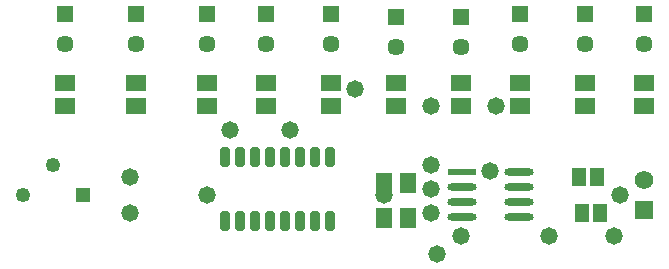
<source format=gts>
G04*
G04 #@! TF.GenerationSoftware,Altium Limited,Altium Designer,24.5.2 (23)*
G04*
G04 Layer_Color=8388736*
%FSLAX44Y44*%
%MOMM*%
G71*
G04*
G04 #@! TF.SameCoordinates,DE00AD7B-9573-4419-8703-1480E7219BD1*
G04*
G04*
G04 #@! TF.FilePolarity,Negative*
G04*
G01*
G75*
%ADD14R,2.4692X0.6221*%
G04:AMPARAMS|DCode=15|XSize=2.4692mm|YSize=0.6221mm|CornerRadius=0.3111mm|HoleSize=0mm|Usage=FLASHONLY|Rotation=0.000|XOffset=0mm|YOffset=0mm|HoleType=Round|Shape=RoundedRectangle|*
%AMROUNDEDRECTD15*
21,1,2.4692,0.0000,0,0,0.0*
21,1,1.8470,0.6221,0,0,0.0*
1,1,0.6221,0.9235,0.0000*
1,1,0.6221,-0.9235,0.0000*
1,1,0.6221,-0.9235,0.0000*
1,1,0.6221,0.9235,0.0000*
%
%ADD15ROUNDEDRECTD15*%
%ADD20R,1.2032X1.5032*%
%ADD21R,1.4032X1.6532*%
%ADD22R,1.6532X1.4032*%
G04:AMPARAMS|DCode=23|XSize=0.8032mm|YSize=1.6532mm|CornerRadius=0.1526mm|HoleSize=0mm|Usage=FLASHONLY|Rotation=0.000|XOffset=0mm|YOffset=0mm|HoleType=Round|Shape=RoundedRectangle|*
%AMROUNDEDRECTD23*
21,1,0.8032,1.3480,0,0,0.0*
21,1,0.4980,1.6532,0,0,0.0*
1,1,0.3052,0.2490,-0.6740*
1,1,0.3052,-0.2490,-0.6740*
1,1,0.3052,-0.2490,0.6740*
1,1,0.3052,0.2490,0.6740*
%
%ADD23ROUNDEDRECTD23*%
%ADD24C,1.5700*%
%ADD25R,1.5700X1.5700*%
%ADD26R,1.4500X1.4500*%
%ADD27C,1.4500*%
%ADD28R,1.2500X1.2500*%
%ADD29C,1.2500*%
%ADD30C,1.4732*%
D14*
X415864Y79050D02*
D03*
D15*
Y66350D02*
D03*
Y53650D02*
D03*
Y40950D02*
D03*
X464136D02*
D03*
Y53650D02*
D03*
Y66350D02*
D03*
Y79050D02*
D03*
D20*
X517500Y45000D02*
D03*
X532500D02*
D03*
X515000Y75000D02*
D03*
X530000D02*
D03*
D21*
X350000Y70000D02*
D03*
X370000D02*
D03*
X350000Y40000D02*
D03*
X370000D02*
D03*
D22*
X570000Y135000D02*
D03*
Y155000D02*
D03*
X520000Y135000D02*
D03*
Y155000D02*
D03*
X465000Y135000D02*
D03*
Y155000D02*
D03*
X415000Y135000D02*
D03*
Y155000D02*
D03*
X360000Y135000D02*
D03*
Y155000D02*
D03*
X305000Y135000D02*
D03*
Y155000D02*
D03*
X250000Y135000D02*
D03*
Y155000D02*
D03*
X200000Y135000D02*
D03*
Y155000D02*
D03*
X140000Y135000D02*
D03*
Y155000D02*
D03*
X80000Y135000D02*
D03*
Y155000D02*
D03*
D23*
X215550Y37750D02*
D03*
X228250D02*
D03*
X240950D02*
D03*
X253650D02*
D03*
X266350D02*
D03*
X279050D02*
D03*
X291750D02*
D03*
X304450D02*
D03*
X215550Y92250D02*
D03*
X228250D02*
D03*
X240950D02*
D03*
X253650D02*
D03*
X266350D02*
D03*
X279050D02*
D03*
X291750D02*
D03*
X304450D02*
D03*
D24*
X570000Y72700D02*
D03*
D25*
Y47300D02*
D03*
D26*
X140000Y212700D02*
D03*
X570000D02*
D03*
X415000Y210400D02*
D03*
X520000Y212700D02*
D03*
X465000D02*
D03*
X360000Y210400D02*
D03*
X305000Y212700D02*
D03*
X250000D02*
D03*
X200000D02*
D03*
X80000D02*
D03*
D27*
X140000Y187300D02*
D03*
X570000D02*
D03*
X415000Y185000D02*
D03*
X520000Y187300D02*
D03*
X465000D02*
D03*
X360000Y185000D02*
D03*
X305000Y187300D02*
D03*
X250000D02*
D03*
X200000D02*
D03*
X80000D02*
D03*
D28*
X95400Y60150D02*
D03*
D29*
X44600D02*
D03*
X70000Y85550D02*
D03*
D30*
X350000Y60000D02*
D03*
X390000Y85000D02*
D03*
X220000Y115000D02*
D03*
X550000Y60000D02*
D03*
X270000Y115000D02*
D03*
X390000Y65000D02*
D03*
Y45000D02*
D03*
X135000D02*
D03*
Y75000D02*
D03*
X395000Y10000D02*
D03*
X440000Y80000D02*
D03*
X545000Y25000D02*
D03*
X490000D02*
D03*
X415000D02*
D03*
X325000Y150000D02*
D03*
X200000Y60000D02*
D03*
X445000Y135000D02*
D03*
X390000D02*
D03*
M02*

</source>
